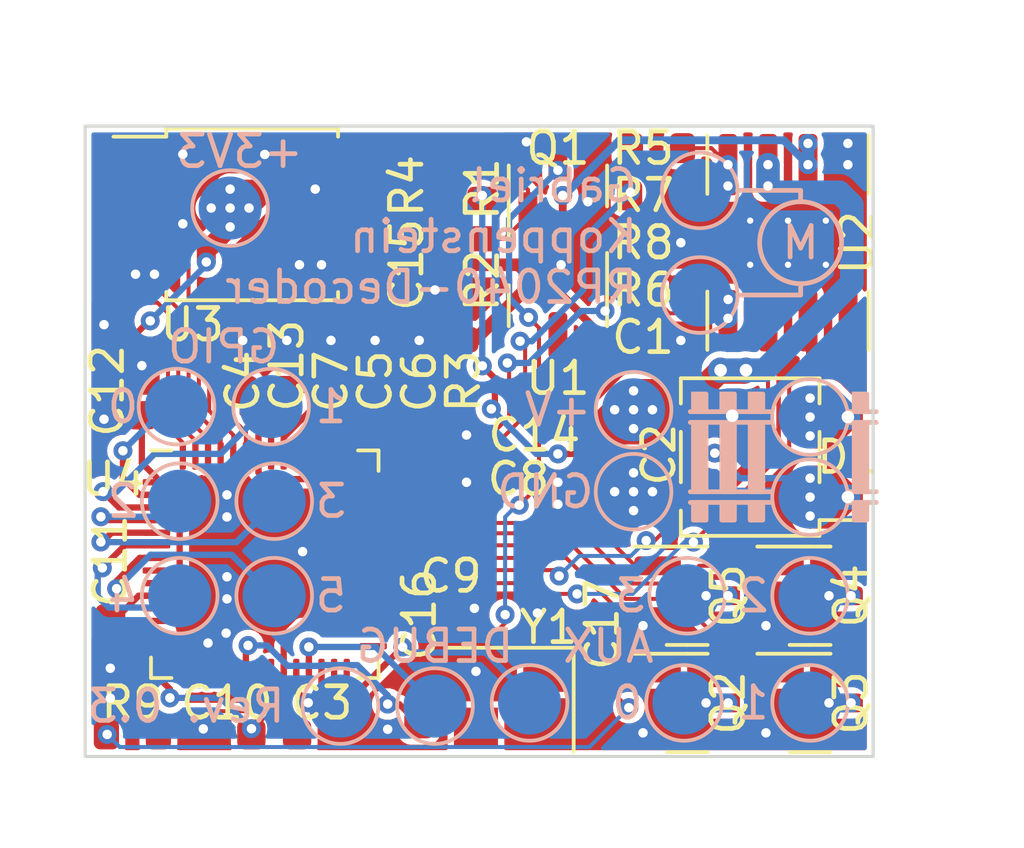
<source format=kicad_pcb>
(kicad_pcb (version 20211014) (generator pcbnew)
  (layers (0 "F.Cu" signal) (31 "B.Cu" signal) (34 "B.Paste" user) (35 "F.Paste" user) (36 "B.SilkS" user "B.Silkscreen") (37 "F.SilkS" user "F.Silkscreen") (38 "B.Mask" user) (39 "F.Mask" user) (44 "Edge.Cuts" user))
  (net 0 "")
  (net 1 "+3V3")
  (net 2 "+V")
  (net 3 "+1V1")
  (net 4 "GND")
  (net 5 "Net-(U4-Pad20)")
  (net 6 "Net-(R9-Pad2)")
  (net 7 "Net-(D1-Pad1)")
  (net 8 "Net-(D1-Pad2)")
  (net 9 "/GPIO24")
  (net 10 "/ADC_EMF_A")
  (net 11 "/ADC_EMF_B")
  (net 12 "Net-(C14-Pad1)")
  (net 13 "/GPIO25")
  (net 14 "Net-(R4-Pad1)")
  (net 15 "/MOTOR_OUT_B")
  (net 16 "/MOTOR_OUT_A")
  (net 17 "/GPIO26")
  (net 18 "/GPIO22")
  (net 19 "/GPIO23")
  (net 21 "Net-(U3-Pad2)")
  (net 22 "Net-(U3-Pad3)")
  (net 23 "Net-(U3-Pad5)")
  (net 24 "Net-(U3-Pad6)")
  (net 25 "Net-(U3-Pad7)")
  (net 35 "/GPIO27")
  (net 36 "Net-(U4-Pad21)")
  (net 37 "/GPIO21")
  (net 43 "Net-(J3-Pad1)")
  (net 44 "unconnected-(U4-Pad29)")
  (net 45 "Net-(J9-Pad1)")
  (net 46 "Net-(J10-Pad1)")
  (net 47 "Net-(J11-Pad1)")
  (net 48 "Net-(Q1-Pad1)")
  (net 49 "Net-(J4-Pad1)")
  (net 50 "Net-(J5-Pad1)")
  (net 51 "Net-(J6-Pad1)")
  (net 52 "Net-(J8-Pad1)")
  (net 53 "Net-(J12-Pad1)")
  (net 54 "Net-(J18-Pad1)")
  (net 55 "Net-(J13-Pad1)")
  (net 56 "Net-(J19-Pad1)")
  (net 57 "Net-(J20-Pad1)")
  (footprint "RP2040-Decoder_Additional_Footprints:SOIC-8_5.23x5.23mm_P1.27mm" (layer "F.Cu") (at 142.8 92.8)
    (fp_text reference "U3")
    (fp_text value "W25Q64JVSSIQ")
  )
  (footprint "RP2040-Decoder_Additional_Footprints:C_0603_1608Metric" (layer "F.Cu") (at 153.9 108.4 -90)
    (fp_text reference "C17")
    (fp_text value "33p")
  )
  (footprint "RP2040-Decoder_Additional_Footprints:C_0603_1608Metric" (layer "F.Cu") (at 139.3 98.4 90)
    (fp_text reference "C12")
    (fp_text value "100n")
  )
  (footprint "RP2040-Decoder_Additional_Footprints:C_0603_1608Metric" (layer "F.Cu") (at 148.6 94.4 -90)
    (fp_text reference "C15")
    (fp_text value "100n")
  )
  (footprint "RP2040-Decoder_Additional_Footprints:C_0603_1608Metric" (layer "F.Cu") (at 138.3 106.4 -90)
    (fp_text reference "C11")
    (fp_text value "100n")
  )
  (footprint "RP2040-Decoder_Additional_Footprints:C_0603_1608Metric" (layer "F.Cu") (at 145 109.3)
    (fp_text reference "C3")
    (fp_text value "100n")
  )
  (footprint "RP2040-Decoder_Additional_Footprints:C_0603_1608Metric" (layer "F.Cu") (at 148.95 101.2)
    (fp_text reference "C8")
    (fp_text value "100n")
  )
  (footprint "RP2040-Decoder_Additional_Footprints:R_0603_1608Metric" (layer "F.Cu") (at 155.625 90.7)
    (fp_text reference "R5")
    (fp_text value "6k8")
  )
  (footprint "Package_TO_SOT_SMD:SOT-23" (layer "F.Cu") (at 152.5 95.7 -90)
    (fp_text reference "U1")
    (fp_text value "PJ75AL33SA")
  )
  (footprint "RP2040-Decoder_Additional_Footprints:R_0603_1608Metric" (layer "F.Cu") (at 150.1 94.4 90)
    (fp_text reference "R2")
    (fp_text value "6k8")
  )
  (footprint "RP2040-Decoder_Additional_Footprints:R_0603_1608Metric" (layer "F.Cu") (at 150.1 91.5 -90)
    (fp_text reference "R1")
    (fp_text value "6k8")
  )
  (footprint "RP2040-Decoder_Additional_Footprints:R_0603_1608Metric" (layer "F.Cu") (at 155.6 93.7 180)
    (fp_text reference "R8")
    (fp_text value "1k")
  )
  (footprint "Package_TO_SOT_SMD:TO-269AA" (layer "F.Cu") (at 158.6 100.5 180)
    (fp_text reference "D1")
    (fp_text value "KMB24F")
  )
  (footprint "RP2040-Decoder_Additional_Footprints:C_0603_1608Metric" (layer "F.Cu") (at 143.9 97.6 90)
    (fp_text reference "C13")
    (fp_text value "100n")
  )
  (footprint "Package_TO_SOT_SMD:SOT-23" (layer "F.Cu") (at 156.6 108.3)
    (fp_text reference "Q2")
    (fp_text value "T2N7002BK")
  )
  (footprint "RP2040-Decoder_Additional_Footprints:SOIC-8-1EP_3.9x4.9mm_P1.27mm_EP2.41x3.3mm_ThermalVias" (layer "F.Cu") (at 159.8 93.7 -90)
    (fp_text reference "U2")
    (fp_text value "BDR6133")
  )
  (footprint "Crystal:Crystal_SMD_3225-4Pin_3.2x2.5mm" (layer "F.Cu") (at 151 108.2 180)
    (fp_text reference "Y1")
    (fp_text value "X322512MSB4SI")
  )
  (footprint "Package_TO_SOT_SMD:SOT-23" (layer "F.Cu") (at 156.6 104.9)
    (fp_text reference "Q5")
    (fp_text value "T2N7002BK")
  )
  (footprint "RP2040-Decoder_Additional_Footprints:C_0603_1608Metric" (layer "F.Cu") (at 142 109.3 180)
    (fp_text reference "C10")
    (fp_text value "100n")
  )
  (footprint "RP2040-Decoder_Additional_Footprints:C_0603_1608Metric" (layer "F.Cu") (at 148.1 108.2 90)
    (fp_text reference "C16")
    (fp_text value "33p")
  )
  (footprint "Package_TO_SOT_SMD:SOT-23" (layer "F.Cu") (at 160.5 104.9)
    (fp_text reference "Q4")
    (fp_text value "T2N7002BK")
  )
  (footprint "RP2040-Decoder_Additional_Footprints:C_0603_1608Metric" (layer "F.Cu") (at 146.7 97.6 90)
    (fp_text reference "C5")
    (fp_text value "10u")
  )
  (footprint "RP2040-Decoder_Additional_Footprints:C_0603_1608Metric" (layer "F.Cu") (at 149.1 105.3)
    (fp_text reference "C9")
    (fp_text value "100n")
  )
  (footprint "RP2040-Decoder_Additional_Footprints:R_0603_1608Metric" (layer "F.Cu") (at 155.6 92.2 180)
    (fp_text reference "R7")
    (fp_text value "1k")
  )
  (footprint "Package_TO_SOT_SMD:SOT-23" (layer "F.Cu") (at 160.5 108.3)
    (fp_text reference "Q3")
    (fp_text value "T2N7002BK")
  )
  (footprint "RP2040-Decoder_Additional_Footprints:R_0603_1608Metric" (layer "F.Cu") (at 148.6 91.5 -90)
    (fp_text reference "R4")
    (fp_text value "DNF")
  )
  (footprint "RP2040-Decoder_Additional_Footprints:C_0603_1608Metric" (layer "F.Cu") (at 142.5 97.6 90)
    (fp_text reference "C4")
    (fp_text value "100n")
  )
  (footprint "RP2040-Decoder_Additional_Footprints:C_0603_1608Metric" (layer "F.Cu") (at 154 100.425 -90)
    (fp_text reference "C2")
    (fp_text value "10u")
  )
  (footprint "RP2040-Decoder_Additional_Footprints:C_0603_1608Metric" (layer "F.Cu") (at 148.95 99.8)
    (fp_text reference "C14")
    (fp_text value "10u")
  )
  (footprint "RP2040-Decoder_Additional_Footprints:C_0603_1608Metric" (layer "F.Cu") (at 155.6 96.7)
    (fp_text reference "C1")
    (fp_text value "10u")
  )
  (footprint "RP2040-Decoder_Additional_Footprints:R_0603_1608Metric" (layer "F.Cu") (at 155.6 95.2 180)
    (fp_text reference "R6")
    (fp_text value "6k8")
  )
  (footprint "Package_TO_SOT_SMD:SOT-23" (layer "F.Cu") (at 152.5 91.9 90)
    (fp_text reference "Q1")
    (fp_text value "T2N7002BK")
  )
  (footprint "RP2040-Decoder_Additional_Footprints:R_0603_1608Metric" (layer "F.Cu") (at 139 109.3 180)
    (fp_text reference "R9")
    (fp_text value "1k")
  )
  (footprint "RP2040-Decoder_Additional_Footprints:C_0603_1608Metric" (layer "F.Cu") (at 145.3 97.6 90)
    (fp_text reference "C7")
    (fp_text value "100n")
  )
  (footprint "RP2040-Decoder_Additional_Footprints:R_0603_1608Metric" (layer "F.Cu") (at 149.5 97.6 -90)
    (fp_text reference "R3")
    (fp_text value "200")
  )
  (footprint "RP2040-Decoder_Additional_Footprints:QFN-56-1EP_7x7mm_P0.4mm_EP3.2x3.2mm" (layer "F.Cu") (at 143.2 103.9)
    (fp_text reference "U4")
    (fp_text value "RP2040")
  )
  (footprint "RP2040-Decoder_Additional_Footprints:C_0603_1608Metric" (layer "F.Cu") (at 148.1 97.6 90)
    (fp_text reference "C6")
    (fp_text value "10u")
  )
  (footprint "TestPoint:TestPoint_Pad_D2.0mm" (layer "B.Cu") (at 140.4 98.9 180)
    (fp_text reference "J8")
    (fp_text value "0")
  )
  (footprint "TestPoint:TestPoint_Pad_D2.0mm" (layer "B.Cu") (at 157 92.04 180)
    (fp_text reference "J15")
    (fp_text value "M_OUT_B")
  )
  (footprint "TestPoint:TestPoint_Pad_D2.0mm" (layer "B.Cu") (at 148.6 108.4 180)
    (fp_text reference "J19")
    (fp_text value "SWDIO")
  )
  (footprint "TestPoint:TestPoint_Pad_D2.0mm" (layer "B.Cu") (at 151.6 108.3 180)
    (fp_text reference "J20")
    (fp_text value "RUN")
  )
  (footprint "TestPoint:TestPoint_Pad_D2.0mm" (layer "B.Cu") (at 156.5 108.3 180)
    (fp_text reference "J3")
    (fp_text value "0")
  )
  (footprint "TestPoint:TestPoint_Pad_D2.0mm" (layer "B.Cu") (at 145.6 108.4 180)
    (fp_text reference "J18")
    (fp_text value "SWCLK")
  )
  (footprint "TestPoint:TestPoint_Pad_D2.0mm" (layer "B.Cu") (at 160.5 99.23 180)
    (fp_text reference "J2")
    (fp_text value "T1")
  )
  (footprint "TestPoint:TestPoint_Pad_D2.0mm" (layer "B.Cu") (at 160.5 101.77 180)
    (fp_text reference "J1")
    (fp_text value "T0")
  )
  (footprint "TestPoint:TestPoint_Pad_D2.0mm" (layer "B.Cu") (at 157 95.36 180)
    (fp_text reference "J16")
    (fp_text value "M_OUT_A")
  )
  (footprint "TestPoint:TestPoint_Pad_D2.0mm" (layer "B.Cu") (at 143.4 98.9 180)
    (fp_text reference "J9")
    (fp_text value "1")
  )
  (footprint "TestPoint:TestPoint_Pad_D2.0mm" (layer "B.Cu") (at 160.5 108.3 180)
    (fp_text reference "J4")
    (fp_text value "1")
  )
  (footprint "TestPoint:TestPoint_Pad_D2.0mm" (layer "B.Cu") (at 154.9 99 180)
    (fp_text reference "J14")
    (fp_text value "+V")
  )
  (footprint "TestPoint:TestPoint_Pad_D2.0mm" (layer "B.Cu") (at 142.1 92.6 180)
    (fp_text reference "J7")
    (fp_text value "+3V3")
  )
  (footprint "TestPoint:TestPoint_Pad_D2.0mm" (layer "B.Cu") (at 160.5 104.9 180)
    (fp_text reference "J5")
    (fp_text value "2")
  )
  (footprint "TestPoint:TestPoint_Pad_D2.0mm" (layer "B.Cu") (at 140.5 101.9 180)
    (fp_text reference "J10")
    (fp_text value "2")
  )
  (footprint "TestPoint:TestPoint_Pad_D2.0mm" (layer "B.Cu") (at 143.5 101.9 180)
    (fp_text reference "J11")
    (fp_text value "3")
  )
  (footprint "TestPoint:TestPoint_Pad_D2.0mm" (layer "B.Cu") (at 143.5 104.9 180)
    (fp_text reference "J13")
    (fp_text value "5")
  )
  (footprint "TestPoint:TestPoint_Pad_D2.0mm" (layer "B.Cu") (at 140.5 104.9 180)
    (fp_text reference "J12")
    (fp_text value "4")
  )
  (footprint "TestPoint:TestPoint_Pad_D2.0mm" (layer "B.Cu") (at 154.9 101.6 180)
    (fp_text reference "J17")
    (fp_text value "GND")
  )
  (footprint "TestPoint:TestPoint_Pad_D2.0mm" (layer "B.Cu") (at 156.6 104.9 180)
    (fp_text reference "J6")
    (fp_text value "3")
  )
  (gr_rect (start 162.3 99.06) (end 161.9 98.5) (layer "B.SilkS") (width 0.15) (fill solid))
  (gr_line (start 159.3 99.4) (end 156.7 99.4) (layer "B.SilkS") (width 0.15))
  (gr_rect (start 159 101.6) (end 158.6 99.4) (layer "B.SilkS") (width 0.15) (fill solid))
  (gr_rect (start 159 102.5) (end 158.6 101.94) (layer "B.SilkS") (width 0.15) (fill solid))
  (gr_line (start 161.7 99.06) (end 162.6 99.06) (layer "B.SilkS") (width 0.15))
  (gr_line (start 158.2 95.36) (end 160.2 95.36) (layer "B.SilkS") (width 0.15))
  (gr_rect (start 162.3 102.5) (end 161.9 101.94) (layer "B.SilkS") (width 0.15) (fill solid))
  (gr_circle (center 160.2 93.7) (end 158.9 93.7) (layer "B.SilkS") (width 0.15) (fill none))
  (gr_line (start 161.7 101.6) (end 162.6 101.6) (layer "B.SilkS") (width 0.15))
  (gr_line (start 159.3 101.6) (end 156.7 101.6) (layer "B.SilkS") (width 0.15))
  (gr_rect (start 157.2 102.5) (end 156.8 101.94) (layer "B.SilkS") (width 0.15) (fill solid))
  (gr_line (start 161.7 99.4) (end 162.6 99.4) (layer "B.SilkS") (width 0.15))
  (gr_rect (start 158.1 102.5) (end 157.7 101.94) (layer "B.SilkS") (width 0.15) (fill solid))
  (gr_rect (start 157.2 101.6) (end 156.8 99.4) (layer "B.SilkS") (width 0.15) (fill solid))
  (gr_rect (start 159 99.06) (end 158.6 98.5) (layer "B.SilkS") (width 0.15) (fill solid))
  (gr_line (start 158.2 92.04) (end 160.2 92.04) (layer "B.SilkS") (width 0.15))
  (gr_rect (start 158.1 101.6) (end 157.7 99.4) (layer "B.SilkS") (width 0.15) (fill solid))
  (gr_rect (start 158.1 99.06) (end 157.7 98.5) (layer "B.SilkS") (width 0.15) (fill solid))
  (gr_line (start 159.3 101.94) (end 156.7 101.94) (layer "B.SilkS") (width 0.15))
  (gr_line (start 159.3 99.06) (end 156.7 99.06) (layer "B.SilkS") (width 0.15))
  (gr_line (start 160.2 95.36) (end 160.2 95) (layer "B.SilkS") (width 0.15))
  (gr_rect (start 157.2 99.06) (end 156.8 98.5) (layer "B.SilkS") (width 0.15) (fill solid))
  (gr_line (start 160.2 92.04) (end 160.2 92.4) (layer "B.SilkS") (width 0.15))
  (gr_rect (start 162.3 101.6) (end 161.9 99.4) (layer "B.SilkS") (width 0.15) (fill solid))
  (gr_line (start 161.7 101.94) (end 162.6 101.94) (layer "B.SilkS") (width 0.15))
  (gr_rect (start 137.5 90) (end 162.5 110) (layer "Edge.Cuts") (width 0.1) (fill none))
  (gr_text "M" (at 160.2 93.7) (layer "B.SilkS") (effects (font (size 1 1)) (justify mirror)))
  (gr_text "Gabriel\nKoppenstein\nRP2040-Decoder" (at 155.1 93.5) (layer "B.SilkS") (effects (font (size 1 1)) (justify left mirror)))
  (gr_text "Rev. 0.3" (at 140.7 108.4) (layer "B.SilkS") (effects (font (size 1 1)) (justify mirror)))
  (gr_text "GPIO" (at 141.9 97) (layer "B.SilkS") (effects (font (size 1 1)) (justify mirror)))
  (gr_text "DEBUG" (at 148.6 106.5) (layer "B.SilkS") (effects (font (size 1 1)) (justify mirror)))
  (gr_text "AUX" (at 154.1 106.5) (layer "B.SilkS") (effects (font (size 1 1)) (justify mirror)))
  (segment (start 147.925 104.9) (end 148.325 105.3) (width 0.2) (layer "F.Cu") (net 1))
  (segment (start 153.271072 96.025196) (end 153.945876 96.7) (width 0.25) (layer "F.Cu") (net 1))
  (segment (start 145.705705 101.3) (end 146 101.3) (width 0.2) (layer "F.Cu") (net 1))
  (segment (start 147.27 90.895) (end 148.6 92.225) (width 0.6) (layer "F.Cu") (net 1))
  (segment (start 149.872849 96.775) (end 149.5 96.775) (width 0.4) (layer "F.Cu") (net 1))
  (segment (start 146.105705 104.9) (end 145.9 104.694295) (width 0.2) (layer "F.Cu") (net 1))
  (segment (start 141.5 92.6) (end 142.1 92) (width 0.6) (layer "F.Cu") (net 1))
  (segment (start 145.3 98.375) (end 146.075 97.6) (width 0.2) (layer "F.Cu") (net 1))
  (segment (start 139.02548 106.694775) (end 140.190077 107.859372) (width 0.2) (layer "F.Cu") (net 1))
  (segment (start 153.945876 96.7) (end 154.825 96.7) (width 0.25) (layer "F.Cu") (net 1))
  (segment (start 144.675 97.6) (end 146.075 97.6) (width 0.2) (layer "F.Cu") (net 1))
  (segment (start 149.5 96.775) (end 149.5 96.975) (width 0.4) (layer "F.Cu") (net 1))
  (segment (start 149.2 94.4) (end 151.25 94.4) (width 0.4) (layer "F.Cu") (net 1))
  (segment (start 147.925 101.3) (end 148.025 101.2) (width 0.2) (layer "F.Cu") (net 1))
  (segment (start 143.8875 98.3875) (end 143.4 98.875) (width 0.2) (layer "F.Cu") (net 1))
  (segment (start 151.023925 95.623925) (end 149.872849 96.775) (width 0.4) (layer "F.Cu") (net 1))
  (segment (start 153.271072 96) (end 153.271072 96.025196) (width 0.25) (layer "F.Cu") (net 1))
  (segment (start 145.4 100.4625) (end 145.4 100.994295) (width 0.2) (layer "F.Cu") (net 1))
  (segment (start 139.529027 96.17919) (end 139.56638 96.17919) (width 0.2) (layer "F.Cu") (net 1))
  (segment (start 140.295255 104.9) (end 139.7625 104.9) (width 0.2) (layer "F.Cu") (net 1))
  (segment (start 142.777833 109.118481) (end 143.4 108.496314) (width 0.2) (layer "F.Cu") (net 1))
  (segment (start 151.55 94.7625) (end 151.55 95.09785) (width 0.4) (layer "F.Cu") (net 1))
  (segment (start 151.55 95.09785) (end 151.023925 95.623925) (width 0.4) (layer "F.Cu") (net 1))
  (segment (start 151.25 94.4) (end 151.55 94.7) (width 0.4) (layer "F.Cu") (net 1))
  (segment (start 145.4 100.994295) (end 145.705705 101.3) (width 0.2) (layer "F.Cu") (net 1))
  (segment (start 146.77596 99.52404) (end 147.925 98.375) (width 0.2) (layer "F.Cu") (net 1))
  (segment (start 152.652466 92.199496) (end 152.652466 93.297534) (width 0.25) (layer "F.Cu") (net 1))
  (segment (start 139.7625 104.9) (end 139.2 104.9) (width 0.2) (layer "F.Cu") (net 1))
  (segment (start 139.7625 104.9) (end 139.200016 104.9) (width 0.2) (layer "F.Cu") (net 1))
  (segment (start 145.9 101.4) (end 146 101.3) (width 0.2) (layer "F.Cu") (net 1))
  (segment (start 142.1 92) (end 143.3 92) (width 0.6) (layer "F.Cu") (net 1))
  (segment (start 146 101.3) (end 146.6375 101.3) (width 0.2) (layer "F.Cu") (net 1))
  (segment (start 143.4 108.496314) (end 143.4 107.3375) (width 0.2) (layer "F.Cu") (net 1))
  (segment (start 145.4 99.665006) (end 145.540966 99.52404) (width 0.2) (layer "F.Cu") (net 1))
  (segment (start 153.271072 96) (end 152.371072 95.1) (width 0.25) (layer "F.Cu") (net 1))
  (segment (start 140.294295 101.3) (end 140.49952 101.505225) (width 0.2) (layer "F.Cu") (net 1))
  (segment (start 140.49952 101.505225) (end 140.49952 104.695735) (width 0.2) (layer "F.Cu") (net 1))
  (segment (start 139.3 99.2) (end 139.3 99.175) (width 0.2) (layer "F.Cu") (net 1))
  (segment (start 142.7 92.6) (end 144.405 90.895) (width 0.6) (layer "F.Cu") (net 1))
  (segment (start 140.49952 104.695735) (end 140.295255 104.9) (width 0.2) (layer "F.Cu") (net 1))
  (segment (start 143.9 98.375) (end 144.675 97.6) (width 0.2) (layer "F.Cu") (net 1))
  (segment (start 139.3 100.686612) (end 139.7625 101.149112) (width 0.2) (layer "F.Cu") (net 1))
  (segment (start 147.925 98.375) (end 148.1 98.375) (width 0.2) (layer "F.Cu") (net 1))
  (segment (start 152.371072 95.1) (end 151.55 95.1) (width 0.25) (layer "F.Cu") (net 1))
  (segment (start 143.3 92) (end 144.405 90.895) (width 0.6) (layer "F.Cu") (net 1))
  (segment (start 151.65002 95.2468) (end 151.401049 95.2468) (width 0.4) (layer "F.Cu") (net 1))
  (segment (start 144.405 90.895) (end 146.4 90.895) (width 0.6) (layer "F.Cu") (net 1))
  (segment (start 146.6375 104.9) (end 146.105705 104.9) (width 0.2) (layer "F.Cu") (net 1))
  (segment (start 148.6 93.8) (end 149.2 94.4) (width 0.4) (layer "F.Cu") (net 1))
  (segment (start 145.3 98.375) (end 143.9 98.375) (width 0.2) (layer "F.Cu") (net 1))
  (segment (start 146.6375 104.9) (end 147.925 104.9) (width 0.2) (layer "F.Cu") (net 1))
  (segment (start 148.6 92.225) (end 148.6 93.625) (width 0.6) (layer "F.Cu") (net 1))
  (segment (start 139.3 99.2) (end 139.3 100.686612) (width 0.2) (layer "F.Cu") (net 1))
  (segment (start 138.475016 105.625) (end 138.3 105.625) (width 0.2) (layer "F.Cu") (net 1))
  (segment (start 139.7625 101.3) (end 140.294295 101.3) (width 0.2) (layer "F.Cu") (net 1))
  (segment (start 145.4 100.4625) (end 145.4 99.665006) (width 0.2) (layer "F.Cu") (net 1))
  (segment (start 151.55 95.1) (end 151.55 94.3) (width 0.4) (layer "F.Cu") (net 1))
  (segment (start 143.9 98.375) (end 143.8875 98.3875) (width 0.2) (layer "F.Cu") (net 1))
  (segment (start 142.1 93.2) (end 141.34542 93.95458) (width 0.6) (layer "F.Cu") (net 1))
  (segment (start 139.200016 104.9) (end 138.475016 105.625) (width 0.2) (layer "F.Cu") (net 1))
  (segment (start 149.5 96.975) (end 148.1 98.375) (width 0.4) (layer "F.Cu") (net 1))
  (segment (start 146.6375 101.3) (end 147.925 101.3) (width 0.2) (layer "F.Cu") (net 1))
  (segment (start 146.075 97.6) (end 147.325 97.6) (width 0.2) (layer "F.Cu") (net 1))
  (segment (start 141.34542 93.95458) (end 141.34542 94.313538) (width 0.6) (layer "F.Cu") (net 1))
  (segment (start 147.325 97.6) (end 148.1 98.375) (width 0.2) (layer "F.Cu") (net 1))
  (segment (start 143.8 99.875) (end 143.8 100.4625) (width 0.2) (layer "F.Cu") (net 1))
  (segment (start 142.7 92.6) (end 142.1 93.2) (width 0.6) (layer "F.Cu") (net 1))
  (segment (start 138.52548 98.40048) (end 138.52548 97.182737) (width 0.2) (layer "F.Cu") (net 1))
  (segment (start 148.6 93.625) (end 148.6 93.8) (width 0.4) (layer "F.Cu") (net 1))
  (segment (start 146.4 90.895) (end 147.27 90.895) (width 0.6) (layer "F.Cu") (net 1))
  (segment (start 142.1 92) (end 142.7 92.6) (width 0.6) (layer "F.Cu") (net 1))
  (segment (start 142.1 93.2) (end 141.5 92.6) (width 0.6) (layer "F.Cu") (net 1))
  (segment (start 139.02548 106.35048) (end 139.02548 106.694775) (width 0.2) (layer "F.Cu") (net 1))
  (segment (start 138.52548 97.182737) (end 139.529027 96.17919) (width 0.2) (layer "F.Cu") (net 1))
  (segment (start 138.3 105.625) (end 139.02548 106.35048) (width 0.2) (layer "F.Cu") (net 1))
  (segment (start 145.3 98.375) (end 143.8 99.875) (width 0.2) (layer "F.Cu") (net 1))
  (segment (start 139.3 99.175) (end 138.52548 98.40048) (width 0.2) (layer "F.Cu") (net 1))
  (segment (start 151.401049 95.2468) (end 151.023925 95.623925) (width 0.4) (layer "F.Cu") (net 1))
  (segment (start 140.190077 107.859372) (end 140.190077 108.140218) (width 0.2) (layer "F.Cu") (net 1))
  (segment (start 145.540966 99.52404) (end 146.77596 99.52404) (width 0.2) (layer "F.Cu") (net 1))
  (segment (start 152.652466 93.297534) (end 151.55 94.4) (width 0.25) (layer "F.Cu") (net 1))
  (segment (start 139.7625 101.149112) (end 139.7625 101.3) (width 0.2) (layer "F.Cu") (net 1))
  (segment (start 145.9 104.694295) (end 145.9 101.4) (width 0.2) (layer "F.Cu") (net 1))
  (segment (start 143.4 98.875) (end 143.4 100.4625) (width 0.2) (layer "F.Cu") (net 1))
  (via (at 140.190077 108.140218) (size 0.6) (drill 0.3) (layers "F.Cu" "B.Cu") (net 1))
  (via (at 160.435 91.225) (size 0.6) (drill 0.3) (layers "F.Cu" "B.Cu") (net 1))
  (via (at 142.1 93.2) (size 0.6) (drill 0.3) (layers "F.Cu" "B.Cu") (net 1))
  (via (at 142.1 92) (size 0.6) (drill 0.3) (layers "F.Cu" "B.Cu") (net 1))
  (via (at 141.5 92.6) (size 0.6) (drill 0.3) (layers "F.Cu" "B.Cu") (net 1))
  (via (at 142.1 92.6) (size 0.6) (drill 0.3) (layers "F.Cu" "B.Cu") (net 1))
  (via (at 139.56638 96.17919) (size 0.6) (drill 0.3) (layers "F.Cu" "B.Cu") (net 1))
  (via (at 152.652466 92.199496) (size 0.6) (drill 0.3) (layers "F.Cu" "B.Cu") (net 1))
  (via (at 160.435 90.55) (size 0.6) (drill 0.3) (layers "F.Cu" "B.Cu") (net 1))
  (via (at 141.34542 94.313538) (size 0.6) (drill 0.3) (layers "F.Cu" "B.Cu") (net 1))
  (via (at 142.777833 109.118481) (size 0.6) (drill 0.3) (layers "F.Cu" "B.Cu") (net 1))
  (via (at 142.7 92.6) (size 0.6) (drill 0.3) (layers "F.Cu" "B.Cu") (net 1))
  (segment (start 152.652466 92.199496) (end 152.700504 92.199496) (width 0.25) (layer "B.Cu") (net 1))
  (segment (start 159.66048 90.45048) (end 160.435 91.225) (width 0.25) (layer "B.Cu") (net 1))
  (segment (start 141.34542 94.40015) (end 139.56638 96.17919) (width 0.2) (layer "B.Cu") (net 1))
  (segment (start 142.777833 109.118481) (end 141.79957 108.140218) (width 0.2) (layer "B.Cu") (net 1))
  (segment (start 160.435 91.225) (end 160.435 90.55) (width 0.4) (layer "B.Cu") (net 1))
  (segment (start 141.34542 94.313538) (end 141.34542 94.40015) (width 0.2) (layer "B.Cu") (net 1))
  (segment (start 154.44952 90.45048) (end 159.66048 90.45048) (width 0.25) (layer "B.Cu") (net 1))
  (segment (start 141.79957 108.140218) (end 140.190077 108.140218) (width 0.2) (layer "B.Cu") (net 1))
  (segment (start 152.700504 92.199496) (end 154.44952 90.45048) (width 0.25) (layer "B.Cu") (net 1))
  (segment (start 156.2 98.6) (end 156.3 98.7) (width 0.5) (layer "F.Cu") (net 2))
  (segment (start 155.10048 99.80048) (end 155.4 99.80048) (width 0.6) (layer "F.Cu") (net 2))
  (segment (start 155.4 99.80048) (end 156.3 98.90048) (width 0.6) (layer "F.Cu") (net 2))
  (segment (start 158.410302 97.8) (end 158.4655 97.744802) (width 0.75) (layer "F.Cu") (net 2))
  (segment (start 156 99) (end 156.3 98.7) (width 0.6) (layer "F.Cu") (net 2))
  (segment (start 154.9 98.4) (end 153.65 99.65) (width 0.75) (layer "F.Cu") (net 2))
  (segment (start 153.65 99.65) (end 153.45 99.65) (width 0.75) (layer "F.Cu") (net 2))
  (segment (start 155.680532 99.72548) (end 155.10048 99.72548) (width 0.75) (layer "F.Cu") (net 2))
  (segment (start 155.5 99) (end 156 99) (width 0.6) (layer "F.Cu") (net 2))
  (segment (start 154.9 98.4) (end 156 98.4) (width 0.6) (layer "F.Cu") (net 2))
  (segment (start 156.3 98.90048) (end 156.3 98.7) (width 0.6) (layer "F.Cu") (net 2))
  (segment (start 154 99.3) (end 154.3 99) (width 0.6) (layer "F.Cu") (net 2))
  (segment (start 154.9 99.6) (end 154.85 99.65) (width 0.5) (layer "F.Cu") (net 2))
  (segment (start 152.5 99) (end 153.15 99.65) (width 0.5) (layer "F.Cu") (net 2))
  (segment (start 157.66121 97.744802) (end 157.006012 98.4) (width 0.75) (layer "F.Cu") (net 2))
  (segment (start 154.25 99.65) (end 154.9 99) (width 0.6) (layer "F.Cu") (net 2))
  (segment (start 156 98.4) (end 156.3 98.7) (width 0.6) (layer "F.Cu") (net 2))
  (segment (start 154 99.80048) (end 154 99.3) (width 0.6) (layer "F.Cu") (net 2))
  (segment (start 154.9 99.6) (end 155.1 99.8) (width 0.6) (layer "F.Cu") (net 2))
  (segment (start 155.1 99.80048) (end 154 99.80048) (width 0.6) (layer "F.Cu") (net 2))
  (segment (start 157.7 97.8) (end 158.410302 97.8) (width 0.75) (layer "F.Cu") (net 2))
  (segment (start 154 99.65) (end 154.25 99.65) (width 0.6) (layer "F.Cu") (net 2))
  (segment (start 154.9 99.6) (end 155.10048 99.80048) (width 0.6) (layer "F.Cu") (net 2))
  (segment (start 155.1 99.8) (end 155.1 99.80048) (width 0.6) (layer "F.Cu") (net 2))
  (segment (start 157.66121 97.744802) (end 155.680532 99.72548) (width 0.75) (layer "F.Cu") (net 2))
  (segment (start 153.45 99.65) (end 154 99.65) (width 0.5) (layer "F.Cu") (net 2))
  (segment (start 154.9 99) (end 155.5 99) (width 0.6) (layer "F.Cu") (net 2))
  (segment (start 157.006012 98.4) (end 154.9 98.4) (width 0.75) (layer "F.Cu") (net 2))
  (segment (start 154.9 98.4) (end 154.3 99) (width 0.6) (layer "F.Cu") (net 2))
  (segment (start 153.15 99.65) (end 153.45 99.65) (width 0.5) (layer "F.Cu") (net 2))
  (segment (start 152.5 96.6375) (end 152.5 99) (width 0.5) (layer "F.Cu") (net 2))
  (via (at 154.3 99) (size 0.6) (drill 0.3) (layers "F.Cu" "B.Cu") (net 2))
  (via (at 155.5 99) (size 0.6) (drill 0.3) (layers "F.Cu" "B.Cu") (net 2))
  (via (at 158.4655 97.744802) (size 0.8) (drill 0.4) (layers "F.Cu" "B.Cu") (net 2))
  (via (at 154.9 99.6) (size 0.6) (drill 0.3) (layers "F.Cu" "B.Cu") (net 2))
  (via (at 154.9 99) (size 0.6) (drill 0.3) (layers "F.Cu" "B.Cu") (net 2))
  (via (at 159.165 91.225) (size 0.6) (drill 0.3) (layers "F.Cu" "B.Cu") (net 2))
  (via (at 157.66121 97.744802) (size 0.8) (drill 0.4) (layers "F.Cu" "B.Cu") (net 2))
  (via (at 159.165 91.9) (size 0.6) (drill 0.3) (layers "F.Cu" "B.Cu") (net 2))
  (via (at 154.9 98.4) (size 0.6) (drill 0.3) (layers "F.Cu" "B.Cu") (net 2))
  (segment (start 159.055198 97.744802) (end 158.4655 97.744802) (width 0.75) (layer "B.Cu") (net 2))
  (segment (start 158.4655 97.744802) (end 157.66121 97.744802) (width 0.75) (layer "B.Cu") (net 2))
  (segment (start 159.165 91.9) (end 159.165 91.225) (width 0.75) (layer "B.Cu") (net 2))
  (segment (start 161.824511 94.975489) (end 161.824511 92.5) (width 0.75) (layer "B.Cu") (net 2))
  (segment (start 161.824511 94.975489) (end 159.055198 97.744802) (width 0.75) (layer "B.Cu") (net 2))
  (segment (start 159.365 92.1) (end 159.165 91.9) (width 0.75) (layer "B.Cu") (net 2))
  (segment (start 161.824511 92.5) (end 161.424511 92.1) (width 0.75) (layer "B.Cu") (net 2))
  (segment (start 161.424511 92.1) (end 159.365 92.1) (width 0.75) (layer "B.Cu") (net 2))
  (segment (start 155.3 99) (end 155.5 99) (width 0.4) (layer "B.Cu") (net 2))
  (segment (start 145 101.159301) (end 145.50048 101.659781) (width 0.2) (layer "F.Cu") (net 3))
  (segment (start 142.5 98.375) (end 142.5 99.101776) (width 0.2) (layer "F.Cu") (net 3))
  (segment (start 145.50048 101.659781) (end 145.50048 105.49952) (width 0.2) (layer "F.Cu") (net 3))
  (segment (start 144.225 109.2) (end 143.8 108.775) (width 0.2) (layer "F.Cu") (net 3))
  (segment (start 144.80048 101.19952) (end 145 101) (width 0.2) (layer "F.Cu") (net 3))
  (segment (start 144.375534 105.9) (end 143.8 106.475534) (width 0.2) (layer "F.Cu") (net 3))
  (segment (start 145.1 105.9) (end 144.375534 105.9) (width 0.2) (layer "F.Cu") (net 3))
  (segment (start 145 99.5) (end 145.37548 99.12452) (width 0.2) (layer "F.Cu") (net 3))
  (segment (start 145 100.4625) (end 145 99.5) (width 0.2) (layer "F.Cu") (net 3))
  (segment (start 143 100.994295) (end 143.205225 101.19952) (width 0.2) (layer "F.Cu") (net 3))
  (segment (start 143 99.601776) (end 143 100.4625) (width 0.2) (layer "F.Cu") (net 3))
  (segment (start 145.95048 99.12452) (end 146.7 98.375) (width 0.2) (layer "F.Cu") (net 3))
  (segment (start 143 100.4625) (end 143 100.994295) (width 0.2) (layer "F.Cu") (net 3))
  (segment (start 145.50048 105.49952) (end 145.1 105.9) (width 0.2) (layer "F.Cu") (net 3))
  (segment (start 143.205225 101.19952) (end 144.80048 101.19952) (width 0.2) (layer "F.Cu") (net 3))
  (segment (start 142.5 99.101776) (end 143 99.601776) (width 0.2) (layer "F.Cu") (net 3))
  (segment (start 145.37548 99.12452) (end 145.95048 99.12452) (width 0.2) (layer "F.Cu") (net 3))
  (segment (start 145 100.4625) (end 145 101.159301) (width 0.2) (layer "F.Cu") (net 3))
  (segment (start 143.8 106.475534) (end 143.8 107.3375) (width 0.2) (layer "F.Cu") (net 3))
  (segment (start 143.8 108.775) (end 143.8 107.3375) (width 0.2) (layer "F.Cu") (net 3))
  (segment (start 142.4625 102.4) (end 142 102.4) (width 0.127) (layer "F.Cu") (net 4))
  (via (at 154.9 101) (size 0.6) (drill 0.3) (layers "F.Cu" "B.Cu") (net 4))
  (via (at 149.6 99.8) (size 0.6) (drill 0.3) (layers "F.Cu" "B.Cu") (net 4))
  (via (at 146.7 96.8) (size 0.6) (drill 0.3) (layers "F.Cu" "B.Cu") (net 4))
  (via (at 140.6 93.1) (size 0.6) (drill 0.3) (layers "F.Cu" "B.Cu") (net 4))
  (via (at 139.7 94.7) (size 0.6) (drill 0.3) (layers "F.Cu" "B.Cu") (net 4))
  (via (at 139.1 94.7) (size 0.6) (drill 0.3) (layers "F.Cu" "B.Cu") (net 4))
  (via (at 161.7 90.55) (size 0.6) (drill 0.3) (layers "F.Cu" "B.Cu") (net 4))
  (via (at 148.6 95.2) (size 0.6) (drill 0.3) (layers "F.Cu" "B.Cu") (net 4))
  (via (at 142 102.4) (size 0.6) (drill 0.3) (layers "F.Cu" "B.Cu") (net 4))
  (via (at 149.9 107.3) (size 0.6) (drill 0.3) (layers "F.Cu" "B.Cu") (net 4))
  (via (at 141.25 109.12498) (size 0.6) (drill 0.3) (layers "F.Cu" "B.Cu") (net 4))
  (via (at 139.3 97.6) (size 0.6) (drill 0.3) (layers "F.Cu" "B.Cu") (net 4))
  (via (at 153.45 92.4) (size 0.6) (drill 0.3) (layers "F.Cu" "B.Cu") (net 4))
  (via (at 144.4 103.5) (size 0.6) (drill 0.3) (layers "F.Cu" "B.Cu") (net 4))
  (via (at 145.3 96.8) (size 0.6) (drill 0.3) (layers "F.Cu" "B.Cu") (net 4))
  (via (at 155.5 101.6) (size 0.6) (drill 0.3) (layers "F.Cu" "B.Cu") (net 4))
  (via (at 154.9 102.2) (size 0.6) (drill 0.3) (layers "F.Cu" "B.Cu") (net 4))
  (via (at 142 101.7) (size 0.6) (drill 0.3) (layers "F.Cu" "B.Cu") (net 4))
  (via (at 138.1 99.3) (size 0.6) (drill 0.3) (layers "F.Cu" "B.Cu") (net 4))
  (via (at 142 105) (size 0.6) (drill 0.3) (layers "F.Cu" "B.Cu") (net 4))
  (via (at 156.4 96.8) (size 0.6) (drill 0.3) (layers "F.Cu" "B.Cu") (net 4))
  (via (at 143.2 90.9) (size 0.6) (drill 0.3) (layers "F.Cu" "B.Cu") (net 4))
  (via (at 161.7 91.225) (size 0.6) (drill 0.3) (layers "F.Cu" "B.Cu") (net 4))
  (via (at 142.5 96.8) (size 0.6) (drill 0.3) (layers "F.Cu" "B.Cu") (net 4))
  (via (at 151.85 105.45) (size 0.6) (drill 0.3) (layers "F.Cu" "B.Cu") (net 4))
  (via (at 149.85 105.3) (size 0.6) (drill 0.3) (layers "F.Cu" "B.Cu") (net 4))
  (via (at 149.6 101.3) (size 0.6) (drill 0.3) (layers "F.Cu" "B.Cu") (net 4))
  (via (at 155.2 109.25) (size 0.6) (drill 0.3) (layers "F.Cu" "B.Cu") (net 4))
  (via (at 156.4 93.7) (size 0.6) (drill 0.3) (layers "F.Cu" "B.Cu") (net 4))
  (via (at 138.3 108.15) (size 0.6) (drill 0.3) (layers "F.Cu" "B.Cu") (net 4))
  (via (at 152.5 102) (size 0.6) (drill 0.3) (layers "F.Cu" "B.Cu") (net 4))
  (via (at 155.2 105.85) (size 0.6) (drill 0.3) (layers "F.Cu" "B.Cu") (net 4))
  (via (at 144.8 92) (size 0.6) (drill 0.3) (layers "F.Cu" "B.Cu") (net 4))
  (via (at 144.3 94.4) (size 0.6) (drill 0.3) (layers "F.Cu" "B.Cu") (net 4))
  (via (at 145 94.4) (size 0.6) (drill 0.3) (layers "F.Cu" "B.Cu") (net 4))
  (via (at 152.5 101.3) (size 0.6) (drill 0.3) (layers "F.Cu" "B.Cu") (net 4))
  (via (at 151.5 90.5) (size 0.6) (drill 0.3) (layers "F.Cu" "B.Cu") (net 4))
  (via (at 159.1 109.25) (size 0.6) (drill 0.3) (layers "F.Cu" "B.Cu") (net 4))
  (via (at 143.9 96.8) (size 0.6) (drill 0.3) (layers "F.Cu" "B.Cu") (net 4))
  (via (at 140.6 90.89498) (size 0.6) (drill 0.3) (layers "F.Cu" "B.Cu") (net 4))
  (via (at 154.3 101.6) (size 0.6) (drill 0.3) (layers "F.Cu" "B.Cu") (net 4))
  (via (at 138.1 96.3) (size 0.6) (drill 0.3) (layers "F.Cu" "B.Cu") (net 4))
  (via (at 148.1 96.8) (size 0.6) (drill 0.3) (layers "F.Cu" "B.Cu") (net 4))
  (via (at 142 104.3) (size 0.6) (drill 0.3) (layers "F.Cu" "B.Cu") (net 4))
  (via (at 152.6 94.4) (size 0.6) (drill 0.3) (layers "F.Cu" "B.Cu") (net 4))
  (via (at 141.4 106.4) (size 0.6) (drill 0.3) (layers "F.Cu" "B.Cu") (net 4))
  (via (at 154.9 101.6) (size 0.6) (drill 0.3) (layers "F.Cu" "B.Cu") (net 4))
  (via (at 138.3 107.2) (size 0.6) (drill 0.3) (layers "F.Cu" "B.Cu") (net 4))
  (via (at 141.973933 106.085382) (size 0.6) (drill 0.3) (layers "F.Cu" "B.Cu") (net 4))
  (via (at 159.1 105.85) (size 0.6) (drill 0.3) (layers "F.Cu" "B.Cu") (net 4))
  (via (at 147.1 109.137) (size 0.6) (drill 0.3) (layers "F.Cu" "B.Cu") (net 4))
  (via (at 158.03 99.19) (size 0.8) (drill 0.4) (layers "F.Cu" "B.Cu") (net 4))
  (segment (start 142.6 106.547708) (end 142.6 107.3375) (width 0.2) (layer "F.Cu") (net 5))
  (segment (start 148.1 108.975) (end 149.825 108.975) (width 0.2) (layer "F.Cu") (net 5))
  (segment (start 142.67127 106.476438) (end 142.6 106.547708) (width 0.2) (layer "F.Cu") (net 5))
  (segment (start 147.1 108.337497) (end 147.462497 108.337497) (width 0.2) (layer "F.Cu") (net 5))
  (segment (start 149.825 108.975) (end 149.9 109.05) (width 0.2) (layer "F.Cu") (net 5))
  (segment (start 147.462497 108.337497) (end 148.1 108.975) (width 0.2) (layer "F.Cu") (net 5))
  (via (at 147.1 108.337497) (size 0.6) (drill 0.3) (layers "F.Cu" "B.Cu") (net 5))
  (via (at 142.67127 106.476438) (size 0.6) (drill 0.3) (layers "F.Cu" "B.Cu") (net 5))
  (segment (start 147.1 108.337497) (end 147.1 108.062213) (width 0.2) (layer "B.Cu") (net 5))
  (segment (start 145.037678 107.124535) (end 143.924535 107.124535) (width 0.2) (layer "B.Cu") (net 5))
  (segment (start 143.276438 106.476438) (end 142.67127 106.476438) (width 0.2) (layer "B.Cu") (net 5))
  (segment (start 143.924535 107.124535) (end 143.276438 106.476438) (width 0.2) (layer "B.Cu") (net 5))
  (segment (start 145.061724 107.100489) (end 145.037678 107.124535) (width 0.2) (layer "B.Cu") (net 5))
  (segment (start 147.1 108.062213) (end 146.138276 107.100489) (width 0.2) (layer "B.Cu") (net 5))
  (segment (start 146.138276 107.100489) (end 145.061724 107.100489) (width 0.2) (layer "B.Cu") (net 5))
  (segment (start 153.825 107.35) (end 153.9 107.425) (width 0.2) (layer "F.Cu") (net 6))
  (segment (start 152.1 107.35) (end 153.825 107.35) (width 0.2) (layer "F.Cu") (net 6))
  (segment (start 154.75 108.45) (end 154.725 108.45) (width 0.127) (layer "F.Cu") (net 6))
  (segment (start 154.725 108.45) (end 153.9 107.625) (width 0.127) (layer "F.Cu") (net 6))
  (via (at 138.2 109.3) (size 0.6) (drill 0.3) (layers "F.Cu" "B.Cu") (net 6))
  (via (at 154.75 108.45) (size 0.6) (drill 0.3) (layers "F.Cu" "B.Cu") (net 6))
  (segment (start 153.5 109.7) (end 138.6 109.7) (width 0.127) (layer "B.Cu") (net 6))
  (segment (start 154.75 108.45) (end 153.5 109.7) (width 0.127) (layer "B.Cu") (net 6))
  (segment (start 138.6 109.7) (end 138.2 109.3) (width 0.127) (layer "B.Cu") (net 6))
  (segment (start 150.388585 98.973334) (end 150.5 98.861919) (width 0.2) (layer "F.Cu") (net 7))
  (segment (start 157.452178 100.4) (end 157.476089 100.376089) (width 0.2) (layer "F.Cu") (net 7))
  (segment (start 152.4995 100.4) (end 157.452178 100.4) (width 0.2) (layer "F.Cu") (net 7))
  (segment (start 150.5 98.861919) (end 150.5 98.004502) (width 0.2) (layer "F.Cu") (net 7))
  (segment (start 160.5 101.17) (end 160.5 101.77) (width 0.8) (layer "F.Cu") (net 7))
  (segment (start 160.5 102.37) (end 161.1 102.37) (width 0.8) (layer "F.Cu") (net 7))
  (segment (start 161.1 102.37) (end 161.7 101.77) (width 0.8) (layer "F.Cu") (net 7))
  (segment (start 160.5 101.17) (end 161.1 101.17) (width 0.8) (layer "F.Cu") (net 7))
  (segment (start 150.5 98.004502) (end 150.102288 97.60679) (width 0.2) (layer "F.Cu") (net 7))
  (segment (start 160.5 101.77) (end 161.7 101.77) (width 0.8) (layer "F.Cu") (net 7))
  (segment (start 161.1 101.17) (end 161.7 101.77) (width 0.8) (layer "F.Cu") (net 7))
  (segment (start 160.5 101.77) (end 160.5 102.37) (width 0.8) (layer "F.Cu") (net 7))
  (segment (start 161.7 101.77) (end 161.1 101.77) (width 0.8) (layer "F.Cu") (net 7))
  (segment (start 161.1 101.77) (end 160.5 101.17) (width 0.8) (layer "F.Cu") (net 7))
  (segment (start 161.1 101.77) (end 160.5 102.37) (width 0.8) (layer "F.Cu") (net 7))
  (via (at 152.4995 100.4) (size 0.6) (drill 0.3) (layers "F.Cu" "B.Cu") (net 7))
  (via (at 161.7 101.77) (size 0.8) (drill 0.4) (layers "F.Cu" "B.Cu") (net 7))
  (via (at 160.5 101.17) (size 0.6) (drill 0.3) (layers "F.Cu" "B.Cu") (net 7))
  (via (at 160.5 102.37) (size 0.6) (drill 0.3) (layers "F.Cu" "B.Cu") (net 7))
  (via (at 150.102288 97.60679) (size 0.6) (drill 0.3) (layers "F.Cu" "B.Cu") (net 7))
  (via (at 157.476089 100.376089) (size 0.6) (drill 0.3) (layers "F.Cu" "B.Cu") (net 7))
  (via (at 150.388585 98.973334) (size 0.6) (drill 0.3) (layers "F.Cu" "B.Cu") (net 7))
  (via (at 150.1 92.2) (size 0.6) (drill 0.3) (layers "F.Cu" "B.Cu") (net 7))
  (via (at 160.5 101.77) (size 0.6) (drill 0.3) (layers "F.Cu" "B.Cu") (net 7))
  (segment (start 150.388585 98.973334) (end 151.815251 100.4) (width 0.2) (layer "B.Cu") (net 7))
  (segment (start 151.815251 100.4) (end 152.4995 100.4) (width 0.2) (layer "B.Cu") (net 7))
  (segment (start 150.102288 97.60679) (end 150.1 97.604502) (width 0.2) (layer "B.Cu") (net 7))
  (segment (start 157.476089 100.376089) (end 158.27 101.17) (width 0.2) (layer "B.Cu") (net 7))
  (segment (start 161.1 101.77) (end 160.5 101.17) (width 0.8) (layer "B.Cu") (net 7))
  (segment (start 161.7 101.77) (end 161.1 101.77) (width 0.8) (layer "B.Cu") (net 7))
  (segment (start 161.1 101.77) (end 160.5 102.37) (width 0.8) (layer "B.Cu") (net 7))
  (segment (start 158.27 101.17) (end 160.5 101.17) (width 0.2) (layer "B.Cu") (net 7))
  (segment (start 150.1 97.604502) (end 150.1 92.2) (width 0.2) (layer "B.Cu") (net 7))
  (segment (start 161.1 99.83) (end 161.7 99.23) (width 0.8) (layer "F.Cu") (net 8))
  (segment (start 160.5 98.63) (end 160.5 99.23) (width 0.8) (layer "F.Cu") (net 8))
  (segment (start 160.5 99.23) (end 161.7 99.23) (width 0.8) (layer "F.Cu") (net 8))
  (segment (start 161.7 99.23) (end 161.1 99.23) (width 0.8) (layer "F.Cu") (net 8))
  (segment (start 161.675 99.23) (end 161.1 99.23) (width 0.8) (layer "F.Cu") (net 8))
  (segment (start 161.1 99.23) (end 160.5 99.83) (width 0.8) (layer "F.Cu") (net 8))
  (segment (start 160.5 99.23) (end 160.5 99.83) (width 0.8) (layer "F.Cu") (net 8))
  (segment (start 161.075 98.63) (end 161.675 99.23) (width 0.8) (layer "F.Cu") (net 8))
  (segment (start 160.5 98.63) (end 161.075 98.63) (width 0.8) (layer "F.Cu") (net 8))
  (segment (start 161.1 99.23) (end 160.5 98.63) (width 0.8) (layer "F.Cu") (net 8))
  (segment (start 161.675 99.23) (end 160.5 99.23) (width 0.8) (layer "F.Cu") (net 8))
  (segment (start 160.5 99.83) (end 161.1 99.83) (width 0.8) (layer "F.Cu") (net 8))
  (via (at 160.5 98.63) (size 0.6) (drill 0.3) (layers "F.Cu" "B.Cu") (net 8))
  (via (at 161.7 99.23) (size 0.8) (drill 0.4) (layers "F.Cu" "B.Cu") (net 8))
  (via (at 160.5 99.23) (size 0.6) (drill 0.3) (layers "F.Cu" "B.Cu") (net 8))
  (via (at 160.5 99.83) (size 0.6) (drill 0.3) (layers "F.Cu" "B.Cu") (net 8))
  (segment (start 161.1 99.23) (end 160.5 98.63) (width 0.8) (layer "B.Cu") (net 8))
  (segment (start 161.1 98.63) (end 161.7 99.23) (width 0.8) (layer "B.Cu") (net 8))
  (segment (start 161.7 99.23) (end 161.1 99.23) (width 0.8) (layer "B.Cu") (net 8))
  (segment (start 160.5 98.63) (end 161.1 98.63) (width 0.8) (layer "B.Cu") (net 8))
  (segment (start 161.1 99.23) (end 160.5 99.83) (width 0.8) (layer "B.Cu") (net 8))
  (segment (start 146.6375 103.7) (end 152.763011 103.7) (width 0.127) (layer "F.Cu") (net 9))
  (segment (start 154.6 105.536989) (end 154.6 106.2875) (width 0.127) (layer "F.Cu") (net 9))
  (segment (start 152.763011 103.7) (end 154.6 105.536989) (width 0.127) (layer "F.Cu") (net 9))
  (segment (start 154.6 106.2875) (end 155.6625 107.35) (width 0.127) (layer "F.Cu") (net 9))
  (segment (start 150.76454 99.87223) (end 151.45944 99.17733) (width 0.127) (layer "F.Cu") (net 10))
  (segment (start 146.6375 102.1) (end 147.448066 102.1) (width 0.127) (layer "F.Cu") (net 10))
  (segment (start 154.775 92.125) (end 154.775 92.2) (width 0.2) (layer "F.Cu") (net 10))
  (segment (start 151.45944 99.17733) (end 151.45944 96.983413) (width 0.127) (layer "F.Cu") (net 10))
  (segment (start 150.287394 102.26454) (end 150.76454 101.787394) (width 0.127) (layer "F.Cu") (net 10))
  (segment (start 154.8 92.1) (end 154.775 92.125) (width 0.2) (layer "F.Cu") (net 10))
  (segment (start 147.448066 102.1) (end 147.612607 102.26454) (width 0.127) (layer "F.Cu") (net 10))
  (segment (start 151.45944 96.983413) (end 151.3005 96.824473) (width 0.127) (layer "F.Cu") (net 10))
  (segment (start 154.8 92.1) (end 154.8 90.7) (width 0.2) (layer "F.Cu") (net 10))
  (segment (start 150.76454 101.787394) (end 150.76454 99.87223) (width 0.127) (layer "F.Cu") (net 10))
  (segment (start 147.612607 102.26454) (end 150.287394 102.26454) (width 0.127) (layer "F.Cu") (net 10))
  (via (at 151.3005 96.824473) (size 0.6) (drill 0.3) (layers "F.Cu" "B.Cu") (net 10))
  (via (at 154.8 92.1) (size 0.6) (drill 0.3) (layers "F.Cu" "B.Cu") (net 10))
  (segment (start 151.675527 96.824473) (end 151.3005 96.824473) (width 0.2) (layer "B.Cu") (net 10))
  (segment (start 153.2995 95.2005) (end 151.675527 96.824473) (width 0.2) (layer "B.Cu") (net 10))
  (segment (start 154.8 92.1) (end 153.2995 93.6005) (width 0.2) (layer "B.Cu") (net 10))
  (segment (start 153.2995 93.6005) (end 153.2995 95.2005) (width 0.2) (layer "B.Cu") (net 10))
  (segment (start 150.43802 99.73698) (end 150.951596 99.223404) (width 0.127) (layer "F.Cu") (net 11))
  (segment (start 154.07548 94.39952) (end 154.775 93.7) (width 0.2) (layer "F.Cu") (net 11))
  (segment (start 147.747856 101.93802) (end 150.152144 101.93802) (width 0.127) (layer "F.Cu") (net 11))
  (segment (start 154.925 93.7) (end 156.425 95.2) (width 0.2) (layer "F.Cu") (net 11))
  (segment (start 150.951596 99.223404) (end 150.951596 97.569517) (width 0.127) (layer "F.Cu") (net 11))
  (segment (start 147.509836 101.7) (end 147.747856 101.93802) (width 0.127) (layer "F.Cu") (net 11))
  (segment (start 153.994803 95.865734) (end 154.07548 95.785057) (width 0.2) (layer "F.Cu") (net 11))
  (segment (start 146.6375 101.7) (end 147.509836 101.7) (width 0.127) (layer "F.Cu") (net 11))
  (segment (start 150.951596 97.569517) (end 150.896429 97.51435) (width 0.127) (layer "F.Cu") (net 11))
  (segment (start 154.775 93.7) (end 154.925 93.7) (width 0.2) (layer "F.Cu") (net 11))
  (segment (start 154.07548 95.785057) (end 154.07548 94.39952) (width 0.2) (layer "F.Cu") (net 11))
  (segment (start 150.43802 101.652144) (end 150.43802 99.73698) (width 0.127) (layer "F.Cu") (net 11))
  (segment (start 150.152144 101.93802) (end 150.43802 101.652144) (width 0.127) (layer "F.Cu") (net 11))
  (via (at 150.896429 97.51435) (size 0.6) (drill 0.3) (layers "F.Cu" "B.Cu") (net 11))
  (via (at 153.994803 95.865734) (size 0.6) (drill 0.3) (layers "F.Cu" "B.Cu") (net 11))
  (segment (start 151.58565 97.51435) (end 150.896429 97.51435) (width 0.2) (layer "B.Cu") (net 11))
  (segment (start 153.994803 95.865734) (end 153.234266 95.865734) (width 0.2) (layer "B.Cu") (net 11))
  (segment (start 153.234266 95.865734) (end 151.58565 97.51435) (width 0.2) (layer "B.Cu") (net 11))
  (segment (start 148.125 99.8) (end 149.5 98.425) (width 0.2) (layer "F.Cu") (net 12))
  (segment (start 148.025 99.8) (end 148.125 99.8) (width 0.2) (layer "F.Cu") (net 12))
  (segment (start 146.33894 99.92356) (end 147.90144 99.92356) (width 0.2) (layer "F.Cu") (net 12))
  (segment (start 147.90144 99.92356) (end 148.025 99.8) (width 0.2) (layer "F.Cu") (net 12))
  (segment (start 145.8 100.4625) (end 146.33894 99.92356) (width 0.2) (layer "F.Cu") (net 12))
  (segment (start 154.65 105) (end 152.95 103.3) (width 0.127) (layer "F.Cu") (net 13))
  (segment (start 157.901362 106.58546) (end 156.315902 105) (width 0.127) (layer "F.Cu") (net 13))
  (segment (start 156.315902 105) (end 154.65 105) (width 0.127) (layer "F.Cu") (net 13))
  (segment (start 158.79796 106.58546) (end 157.901362 106.58546) (width 0.127) (layer "F.Cu") (net 13))
  (segment (start 159.5625 107.35) (end 158.79796 106.58546) (width 0.127) (layer "F.Cu") (net 13))
  (segment (start 152.95 103.3) (end 146.6375 103.3) (width 0.127) (layer "F.Cu") (net 13))
  (segment (start 137.81046 95.161328) (end 138.252067 95.602935) (width 0.127) (layer "F.Cu") (net 14))
  (segment (start 138.252067 95.602935) (end 139.797065 95.602935) (width 0.127) (layer "F.Cu") (net 14))
  (segment (start 137.81046 92.170442) (end 137.81046 95.161328) (width 0.127) (layer "F.Cu") (net 14))
  (segment (start 140.12938 95.93525) (end 140.12938 99.573471) (width 0.127) (layer "F.Cu") (net 14))
  (segment (start 140.12938 99.573471) (end 140.6 100.044093) (width 0.127) (layer "F.Cu") (net 14))
  (segment (start 139.797065 95.602935) (end 140.12938 95.93525) (width 0.127) (layer "F.Cu") (net 14))
  (segment (start 139.2 90.895) (end 139.085902 90.895) (width 0.127) (layer "F.Cu") (net 14))
  (segment (start 139.2 90.895) (end 139.76302 90.33198) (width 0.127) (layer "F.Cu") (net 14))
  (segment (start 148.256981 90.331981) (end 148.6 90.675) (width 0.127) (layer "F.Cu") (net 14))
  (segment (start 140.6 100.044093) (end 140.6 100.4625) (width 0.127) (layer "F.Cu") (net 14))
  (segment (start 139.76302 90.33198) (end 148.256981 90.331981) (width 0.127) (layer "F.Cu") (net 14))
  (segment (start 139.085902 90.895) (end 137.81046 92.170442) (width 0.127) (layer "F.Cu") (net 14))
  (segment (start 154.775 95.2) (end 155.3 95.2) (width 0.127) (layer "F.Cu") (net 15))
  (segment (start 156.033211 95.93802) (end 157.65802 95.93802) (width 0.127) (layer "F.Cu") (net 15))
  (segment (start 155.3 95.2) (end 155.76198 95.66198) (width 0.127) (layer "F.Cu") (net 15))
  (segment (start 155.76198 95.666789) (end 156.033211 95.93802) (width 0.127) (layer "F.Cu") (net 15))
  (segment (start 155.76198 95.66198) (end 155.76198 95.666789) (width 0.127) (layer "F.Cu") (net 15))
  (segment (start 157.65802 95.93802) (end 157.895 96.175) (width 0.127) (layer "F.Cu") (net 15))
  (via (at 157.9 95.5) (size 0.6) (drill 0.3) (layers "F.Cu" "B.Cu") (net 15))
  (via (at 157.895 96.1) (size 0.6) (drill 0.3) (layers "F.Cu" "B.Cu") (net 15))
  (segment (start 157.895 95.505) (end 157.9 95.5) (width 0.6) (layer "B.Cu") (net 15))
  (segment (start 157 95.36) (end 157.76 95.36) (width 0.6) (layer "B.Cu") (net 15))
  (segment (start 157.76 95.36) (end 157.9 95.5) (width 0.6) (layer "B.Cu") (net 15))
  (segment (start 157.74 96.1) (end 157 95.36) (width 0.6) (layer "B.Cu") (net 15))
  (segment (start 157.895 96.1) (end 157.895 95.505) (width 0.6) (layer "B.Cu") (net 15))
  (segment (start 157.895 96.1) (end 157.74 96.1) (width 0.6) (layer "B.Cu") (net 15))
  (segment (start 156.45 90.7) (end 157.37 90.7) (width 0.127) (layer "F.Cu") (net 16))
  (segment (start 157.37 90.7) (end 157.885 91.215) (width 0.127) (layer "F.Cu") (net 16))
  (segment (start 157.885 91.215) (end 157.895 91.225) (width 0.127) (layer "F.Cu") (net 16))
  (via (at 157.895 91.225) (size 0.6) (drill 0.3) (layers "F.Cu" "B.Cu") (net 16))
  (via (at 157.895 91.9) (size 0.6) (drill 0.3) (layers "F.Cu" "B.Cu") (net 16))
  (segment (start 157.895 91.9) (end 157.895 91.225) (width 0.6) (layer "B.Cu") (net 16))
  (segment (start 157.08 92.04) (end 157.895 91.225) (width 0.6) (layer "B.Cu") (net 16))
  (segment (start 157 92.04) (end 157.08 92.04) (width 0.6) (layer "B.Cu") (net 16))
  (segment (start 153.26758 102.91758) (end 154.86302 104.51302) (width 0.127) (layer "F.Cu") (net 17))
  (segment (start 147.324528 102.9) (end 147.342109 102.91758) (width 0.127) (layer "F.Cu") (net 17))
  (segment (start 146.6375 102.9) (end 147.324528 102.9) (width 0.127) (layer "F.Cu") (net 17))
  (segment (start 156.984098 103.95) (end 159.5625 103.95) (width 0.127) (layer "F.Cu") (net 17))
  (segment (start 156.421078 104.51302) (end 156.984098 103.95) (width 0.127) (layer "F.Cu") (net 17))
  (segment (start 154.86302 104.51302) (end 156.421078 104.51302) (width 0.127) (layer "F.Cu") (net 17))
  (segment (start 147.342109 102.91758) (end 153.26758 102.91758) (width 0.127) (layer "F.Cu") (net 17))
  (segment (start 156.8 103.2) (end 159.83698 100.16302) (width 0.127) (layer "F.Cu") (net 18))
  (segment (start 159.83698 98.26302) (end 160.435 97.665) (width 0.127) (layer "F.Cu") (net 18))
  (segment (start 152.312185 104.841596) (end 151.970589 104.5) (width 0.127) (layer "F.Cu") (net 18))
  (segment (start 153.108404 104.841596) (end 152.312185 104.841596) (width 0.127) (layer "F.Cu") (net 18))
  (segment (start 159.83698 100.16302) (end 159.83698 98.26302) (width 0.127) (layer "F.Cu") (net 18))
  (segment (start 151.970589 104.5) (end 146.6375 104.5) (width 0.127) (layer "F.Cu") (net 18))
  (segment (start 160.435 97.665) (end 160.435 96.175) (width 0.127) (layer "F.Cu") (net 18))
  (via (at 153.108404 104.841596) (size 0.6) (drill 0.3) (layers "F.Cu" "B.Cu") (net 18))
  (via (at 156.8 103.2) (size 0.6) (drill 0.3) (layers "F.Cu" "B.Cu") (net 18))
  (segment (start 154.872236 104.841596) (end 153.108404 104.841596) (width 0.127) (layer "B.Cu") (net 18))
  (segment (start 156.8 103.2) (end 156.513832 103.2) (width 0.127) (layer "B.Cu") (net 18))
  (segment (start 156.513832 103.2) (end 154.872236 104.841596) (width 0.127) (layer "B.Cu") (net 18))
  (segment (start 152.539904 104.273096) (end 152.353797 104.086989) (width 0.127) (layer "F.Cu") (net 19))
  (segment (start 146.650511 104.086989) (end 146.6375 104.1) (width 0.127) (layer "F.Cu") (net 19))
  (segment (start 155.570522 103.1505) (end 159.165 99.556022) (width 0.127) (layer "F.Cu") (net 19))
  (segment (start 159.165 99.556022) (end 159.165 96.175) (width 0.127) (layer "F.Cu") (net 19))
  (segment (start 155.3 103.1505) (end 155.570522 103.1505) (width 0.127) (layer "F.Cu") (net 19))
  (segment (start 152.353797 104.086989) (end 146.650511 104.086989) (width 0.127) (layer "F.Cu") (net 19))
  (via (at 152.539904 104.273096) (size 0.6) (drill 0.3) (layers "F.Cu" "B.Cu") (net 19))
  (via (at 155.3 103.1505) (size 0.6) (drill 0.3) (layers "F.Cu" "B.Cu") (net 19))
  (segment (start 155.3 103.1505) (end 154.813511 103.636989) (width 0.127) (layer "B.Cu") (net 19))
  (segment (start 154.813511 103.636989) (end 153.176011 103.636989) (width 0.127) (layer "B.Cu") (net 19))
  (segment (start 153.176011 103.636989) (end 152.539904 104.273096) (width 0.127) (layer "B.Cu") (net 19))
  (segment (start 141 99.982324) (end 140.4559 99.438223) (width 0.127) (layer "F.Cu") (net 21))
  (segment (start 138.13698 93.113922) (end 139.085902 92.165) (width 0.127) (layer "F.Cu") (net 21))
  (segment (start 140.4559 95.8) (end 139.92392 95.26802) (width 0.127) (layer "F.Cu") (net 21))
  (segment (start 140.4559 99.438223) (end 140.4559 95.8) (width 0.127) (layer "F.Cu") (net 21))
  (segment (start 139.92392 95.26802) (end 138.378922 95.26802) (width 0.127) (layer "F.Cu") (net 21))
  (segment (start 138.13698 95.026078) (end 138.13698 93.113922) (width 0.127) (layer "F.Cu") (net 21))
  (segment (start 138.378922 95.26802) (end 138.13698 95.026078) (width 0.127) (layer "F.Cu") (net 21))
  (segment (start 139.085902 92.165) (end 139.2 92.165) (width 0.127) (layer "F.Cu") (net 21))
  (segment (start 141 100.4625) (end 141 99.982324) (width 0.127) (layer "F.Cu") (net 21))
  (segment (start 139.935 93.435) (end 139.2 93.435) (width 0.127) (layer "F.Cu") (net 22))
  (segment (start 139.7 93.435) (end 139.585902 93.435) (width 0.127) (layer "F.Cu") (net 22))
  (segment (start 141.4 99.920554) (end 141.289723 99.810277) (width 0.127) (layer "F.Cu") (net 22))
  (segment (start 140.78242 99.302974) (end 140.78242 94.28242) (width 0.127) (layer "F.Cu") (net 22))
  (segment (start 141.36302 99.883575) (end 141.289723 99.810277) (width 0.127) (layer "F.Cu") (net 22))
  (segment (start 140.78242 94.28242) (end 139.935 93.435) (width 0.127) (layer "F.Cu") (net 22))
  (segment (start 141.289723 99.810277) (end 140.78242 99.302974) (width 0.127) (layer "F.Cu") (net 22))
  (segment (start 141.4 100.4625) (end 141.4 99.920554) (width 0.127) (layer "F.Cu") (net 22))
  (segment (start 147.46302 93.113922) (end 147.46302 93.756078) (width 0.127) (layer "F.Cu") (net 23))
  (segment (start 146.514098 94.705) (end 146.4 94.705) (width 0.127) (layer "F.Cu") (net 23))
  (segment (start 147.221078 92.87198) (end 147.46302 93.113922) (width 0.127) (layer "F.Cu") (net 23))
  (segment (start 141.10894 96.127358) (end 144.364318 92.87198) (width 0.127) (layer "F.Cu") (net 23))
  (segment (start 141.10894 99.167725) (end 141.10894 96.127358) (width 0.127) (layer "F.Cu") (net 23))
  (segment (start 147.46302 93.756078) (end 146.514098 94.705) (width 0.127) (layer "F.Cu") (net 23))
  (segment (start 141.8 99.858785) (end 141.10894 99.167725) (width 0.127) (layer "F.Cu") (net 23))
  (segment (start 141.8 100.4625) (end 141.8 99.858785) (width 0.127) (layer "F.Cu") (net 23))
  (segment (start 144.364318 92.87198) (end 147.221078 92.87198) (width 0.127) (layer "F.Cu") (net 23))
  (segment (start 141.43546 96.262607) (end 144.263067 93.435) (width 0.127) (layer "F.Cu") (net 24))
  (segment (start 144.263067 93.435) (end 146.4 93.435) (width 0.127) (layer "F.Cu") (net 24))
  (segment (start 141.43546 99.032475) (end 141.43546 96.262607) (width 0.127) (layer "F.Cu") (net 24))
  (segment (start 142.2 100.4625) (end 142.2 99.797015) (width 0.127) (layer "F.Cu") (net 24))
  (segment (start 142.2 99.797015) (end 141.43546 99.032475) (width 0.127) (layer "F.Cu") (net 24))
  (segment (start 141.76198 96.397856) (end 142.891816 95.26802) (width 0.127) (layer "F.Cu") (net 25))
  (segment (start 147.78954 94.699558) (end 147.78954 92.978673) (width 0.127) (layer "F.Cu") (net 25))
  (segment (start 141.76198 98.877144) (end 141.76198 96.397856) (width 0.127) (layer "F.Cu") (net 25))
  (segment (start 146.975867 92.165) (end 146.4 92.165) (width 0.127) (layer "F.Cu") (net 25))
  (segment (start 142.6 100.4625) (end 142.6 99.715164) (width 0.127) (layer "F.Cu") (net 25))
  (segment (start 147.78954 92.978673) (end 146.975867 92.165) (width 0.127) (layer "F.Cu") (net 25))
  (segment (start 147.221078 95.26802) (end 147.78954 94.699558) (width 0.127) (layer "F.Cu") (net 25))
  (segment (start 142.891816 95.26802) (end 147.221078 95.26802) (width 0.127) (layer "F.Cu") (net 25))
  (segment (start 142.6 99.715164) (end 141.76198 98.877144) (width 0.127) (layer "F.Cu") (net 25))
  (segment (start 154.95 103.95) (end 155.6625 103.95) (width 0.127) (layer "F.Cu") (net 35))
  (segment (start 147.386296 102.5) (end 147.477358 102.59106) (width 0.127) (layer "F.Cu") (net 35))
  (segment (start 146.6375 102.5) (end 147.386296 102.5) (width 0.127) (layer "F.Cu") (net 35))
  (segment (start 147.477358 102.59106) (end 153.59106 102.59106) (width 0.127) (layer "F.Cu") (net 35))
  (segment (start 153.59106 102.59106) (end 154.95 103.95) (width 0.127) (layer "F.Cu") (net 35))
  (segment (start 140.56302 108.56198) (end 139.825 109.3) (width 0.127) (layer "F.Cu") (net 36))
  (segment (start 143 108.254512) (end 142.692532 108.56198) (width 0.127) (layer "F.Cu") (net 36))
  (segment (start 142.692532 108.56198) (end 140.56302 108.56198) (width 0.127) (layer "F.Cu") (net 36))
  (segment (start 143 107.3375) (end 143 108.254512) (width 0.127) (layer "F.Cu") (net 36))
  (segment (start 147.117677 105.3) (end 146.6375 105.3) (width 0.127) (layer "F.Cu") (net 37))
  (segment (start 151.9 96.399999) (end 151.568547 96.068546) (width 0.127) (layer "F.Cu") (net 37))
  (segment (start 147.855697 106.03802) (end 147.117677 105.3) (width 0.127) (layer "F.Cu") (net 37))
  (segment (start 151.9 101.401569) (end 151.9 96.399999) (width 0.127) (layer "F.Cu") (net 37))
  (segment (start 150.8245 105.765664) (end 150.552144 106.03802) (width 0.127) (layer "F.Cu") (net 37))
  (segment (start 151.273509 102.02806) (end 151.9 101.401569) (width 0.127) (layer "F.Cu") (net 37))
  (segment (start 150.8245 105.5) (end 150.8245 105.765664) (width 0.127) (layer "F.Cu") (net 37))
  (segment (start 150.552144 106.03802) (end 147.855697 106.03802) (width 0.127) (layer "F.Cu") (net 37))
  (via (at 151.568547 96.068546) (size 0.6) (drill 0.3) (layers "F.Cu" "B.Cu") (net 37))
  (via (at 150.8245 105.5) (size 0.6) (drill 0.3) (layers "F.Cu" "B.Cu") (net 37))
  (via (at 151.273509 102.02806) (size 0.6) (drill 0.3) (layers "F.Cu" "B.Cu") (net 37))
  (via (at 152.5 91.4) (size 0.6) (drill 0.3) (layers "F.Cu" "B.Cu") (net 37))
  (segment (start 152.5 91.4) (end 150.950489 92.949511) (width 0.2) (layer "B.Cu") (net 37))
  (segment (start 150.950489 92.949511) (end 150.950489 95.450488) (width 0.2) (layer "B.Cu") (net 37))
  (segment (start 151.198706 102.02806) (end 151.273509 102.02806) (width 0.127) (layer "B.Cu") (net 37))
  (segment (start 150.8245 102.402266) (end 151.198706 102.02806) (width 0.127) (layer "B.Cu") (net 37))
  (segment (start 150.950489 95.450488) (end 151.568547 96.068546) (width 0.2) (layer "B.Cu") (net 37))
  (segment (start 150.8245 105.5) (end 150.8245 102.402266) (width 0.127) (layer "B.Cu") (net 37))
  (via (at 157.9 108.3) (size 0.6) (drill 0.3) (layers "F.Cu" "B.Cu") (net 43))
  (via (at 157.2 108.3) (size 0.6) (drill 0.3) (layers "F.Cu" "B.Cu") (net 43))
  (segment (start 156.5 108.3) (end 157.2 108.3) (width 0.6) (layer "B.Cu") (net 43))
  (segment (start 157.9 108.3) (end 157.2 108.3) (width 0.6) (layer "B.Cu") (net 43))
  (segment (start 146.650511 106.486989) (end 146.6375 106.5) (width 0.127) (layer "F.Cu") (net 44))
  (segment (start 138.573907 102.1) (end 138.071854 101.597947) (width 0.2) (layer "F.Cu") (net 45))
  (segment (start 139.7625 102.1) (end 138.573907 102.1) (width 0.2) (layer "F.Cu") (net 45))
  (via (at 138.071854 101.597947) (size 0.6) (drill 0.3) (layers "F.Cu" "B.Cu") (net 45))
  (segment (start 143.2 99) (end 143.4 99) (width 0.2) (layer "B.Cu") (net 45))
  (segment (start 138.502053 101.597947) (end 139.7 100.4) (width 0.2) (layer "B.Cu") (net 45))
  (segment (start 141.8 100.4) (end 143.2 99) (width 0.2) (layer "B.Cu") (net 45))
  (segment (start 139.7 100.4) (end 141.8 100.4) (width 0.2) (layer "B.Cu") (net 45))
  (segment (start 138.071854 101.597947) (end 138.502053 101.597947) (width 0.2) (layer "B.Cu") (net 45))
  (segment (start 137.9995 102.394214) (end 138.105286 102.5) (width 0.127) (layer "F.Cu") (net 46))
  (segment (start 139.7625 102.5) (end 138.105786 102.5) (width 0.2) (layer "F.Cu") (net 46))
  (segment (start 138.105786 102.5) (end 138 102.394214) (width 0.2) (layer "F.Cu") (net 46))
  (via (at 138 102.394214) (size 0.6) (drill 0.3) (layers "F.Cu" "B.Cu") (net 46))
  (segment (start 138 102.394214) (end 140.005786 102.394214) (width 0.2) (layer "B.Cu") (net 46))
  (segment (start 140.005786 102.394214) (end 140.5 101.9) (width 0.2) (layer "B.Cu") (net 46))
  (segment (start 138.342052 102.9) (end 138.048335 103.193717) (width 0.2) (layer "F.Cu") (net 47))
  (segment (start 138.048335 103.193717) (end 138 103.193717) (width 0.2) (layer "F.Cu") (net 47))
  (segment (start 139.7625 102.9) (end 138.342052 102.9) (width 0.2) (layer "F.Cu") (net 47))
  (via (at 138 103.193717) (size 0.6) (drill 0.3) (layers "F.Cu" "B.Cu") (net 47))
  (segment (start 142.300489 103.199511) (end 143.5 102) (width 0.2) (layer "B.Cu") (net 47))
  (segment (start 138 103.193717) (end 138.005794 103.199511) (width 0.2) (layer "B.Cu") (net 47))
  (segment (start 138.005794 103.199511) (end 142.300489 103.199511) (width 0.2) (layer "B.Cu") (net 47))
  (segment (start 151.55 92.8375) (end 151.55 92.025) (width 0.127) (layer "F.Cu") (net 48))
  (segment (start 150.8125 93.575) (end 151.55 92.8375) (width 0.127) (layer "F.Cu") (net 48))
  (segment (start 151.55 92.025) (end 150.1 90.575) (width 0.127) (layer "F.Cu") (net 48))
  (segment (start 150.1 93.575) (end 150.8125 93.575) (width 0.127) (layer "F.Cu") (net 48))
  (via (at 161.1 108.3) (size 0.6) (drill 0.3) (layers "F.Cu" "B.Cu") (net 49))
  (via (at 161.8 108.3) (size 0.6) (drill 0.3) (layers "F.Cu" "B.Cu") (net 49))
  (segment (start 161.8 108.3) (end 161.1 108.3) (width 0.6) (layer "B.Cu") (net 49))
  (via (at 161.1 104.9) (size 0.6) (drill 0.3) (layers "F.Cu" "B.Cu") (net 50))
  (via (at 161.8 104.9) (size 0.6) (drill 0.3) (layers "F.Cu" "B.Cu") (net 50))
  (segment (start 161.1 104.9) (end 160.5 104.9) (width 0.6) (layer "B.Cu") (net 50))
  (segment (start 161.8 104.9) (end 161.1 104.9) (width 0.6) (layer "B.Cu") (net 50))
  (via (at 157.9 104.9) (size 0.6) (drill 0.3) (layers "F.Cu" "B.Cu") (net 51))
  (via (at 157.2 104.9) (size 0.6) (drill 0.3) (layers "F.Cu" "B.Cu") (net 51))
  (segment (start 157.2 104.9) (end 156.6 104.9) (width 0.6) (layer "B.Cu") (net 51))
  (segment (start 157.9 104.9) (end 157.2 104.9) (width 0.6) (layer "B.Cu") (net 51))
  (segment (start 139.230705 101.7) (end 139.7625 101.7) (width 0.2) (layer "F.Cu") (net 52))
  (segment (start 138.7 100.3) (end 138.7 101.169295) (width 0.2) (layer "F.Cu") (net 52))
  (segment (start 138.7 101.169295) (end 139.230705 101.7) (width 0.2) (layer "F.Cu") (net 52))
  (via (at 138.7 100.3) (size 0.6) (drill 0.3) (layers "F.Cu" "B.Cu") (net 52))
  (segment (start 140.1 98.9) (end 140.4 98.9) (width 0.2) (layer "B.Cu") (net 52))
  (segment (start 138.7 100.3) (end 140.1 98.9) (width 0.2) (layer "B.Cu") (net 52))
  (segment (start 138.761612 103.3) (end 138.046173 104.015439) (width 0.2) (layer "F.Cu") (net 53))
  (segment (start 139.7625 103.3) (end 138.761612 103.3) (width 0.2) (layer "F.Cu") (net 53))
  (via (at 138.046173 104.015439) (size 0.6) (drill 0.3) (layers "F.Cu" "B.Cu") (net 53))
  (segment (start 137.900489 104.923827) (end 138.251673 105.275011) (width 0.2) (layer "B.Cu") (net 53))
  (segment (start 140.124989 105.275011) (end 140.5 104.9) (width 0.2) (layer "B.Cu") (net 53))
  (segment (start 138.251673 105.275011) (end 140.124989 105.275011) (width 0.2) (layer "B.Cu") (net 53))
  (segment (start 138.046173 104.015439) (end 137.900489 104.161123) (width 0.2) (layer "B.Cu") (net 53))
  (segment (start 137.900489 104.161123) (end 137.900489 104.923827) (width 0.2) (layer "B.Cu") (net 53))
  (segment (start 144.2 107.3375) (end 144.2 107.917118) (width 0.2) (layer "F.Cu") (net 54))
  (segment (start 144.2 107.917118) (end 144.578691 108.295809) (width 0.2) (layer "F.Cu") (net 54))
  (via (at 144.578691 108.295809) (size 0.6) (drill 0.3) (layers "F.Cu" "B.Cu") (net 54))
  (segment (start 144.578691 108.295809) (end 145.495809 108.295809) (width 0.2) (layer "B.Cu") (net 54))
  (segment (start 145.407575 108.407575) (end 145.5 108.5) (width 0.2) (layer "B.Cu") (net 54))
  (segment (start 145.495809 108.295809) (end 145.6 108.4) (width 0.2) (layer "B.Cu") (net 54))
  (segment (start 139.230705 103.7) (end 138.5 104.430705) (width 0.2) (layer "F.Cu") (net 55))
  (segment (start 139.7625 103.7) (end 139.230705 103.7) (width 0.2) (layer "F.Cu") (net 55))
  (segment (start 138.5 104.430705) (end 138.5 104.6755) (width 0.2) (layer "F.Cu") (net 55))
  (via (at 138.5 104.6755) (size 0.6) (drill 0.3) (layers "F.Cu" "B.Cu") (net 55))
  (segment (start 142.148327 103.600489) (end 143.5 104.952162) (width 0.2) (layer "B.Cu") (net 55))
  (segment (start 139.575011 103.600489) (end 142.148327 103.600489) (width 0.2) (layer "B.Cu") (net 55))
  (segment (start 138.5 104.6755) (end 139.575011 103.600489) (width 0.2) (layer "B.Cu") (net 55))
  (segment (start 144.6 106.526676) (end 144.598348 106.525024) (width 0.2) (layer "F.Cu") (net 56))
  (segment (start 144.6 107.3375) (end 144.6 106.526676) (width 0.2) (layer "F.Cu") (net 56))
  (via (at 144.598348 106.525024) (size 0.6) (drill 0.3) (layers "F.Cu" "B.Cu") (net 56))
  (segment (start 146.725024 106.525024) (end 148.6 108.4) (width 0.2) (layer "B.Cu") (net 56))
  (segment (start 144.598348 106.525024) (end 146.725024 106.525024) (width 0.2) (layer "B.Cu") (net 56))
  (segment (start 147.5745 106.525768) (end 146.025748 108.07452) (width 0.2) (layer "F.Cu") (net 57))
  (segment (start 145 107.869295) (end 145 107.3375) (width 0.2) (layer "F.Cu") (net 57))
  (segment (start 146.025748 108.07452) (end 145.205225 108.07452) (width 0.2) (layer "F.Cu") (net 57))
  (segment (start 145.205225 108.07452) (end 145 107.869295) (width 0.2) (layer "F.Cu") (net 57))
  (via (at 147.5745 106.525768) (size 0.6) (drill 0.3) (layers "F.Cu" "B.Cu") (net 57))
  (segment (start 150.200489 106.700489) (end 151.6 108.1) (width 0.2) (layer "B.Cu") (net 57))
  (segment (start 147.5745 106.525768) (end 147.749221 106.700489) (width 0.2) (layer "B.Cu") (net 57))
  (segment (start 151.6 108.1) (end 151.6 108.3) (width 0.2) (layer "B.Cu") (net 57))
  (segment (start 147.749221 106.700489) (end 150.200489 106.700489) (width 0.2) (layer "B.Cu") (net 57))
  (zone (net 4) (net_name "GND") (layers F&B.Cu) (name "GND_FILL") (connect_pads yes (clearance 0.2)) (min_thickness 0.127) (fill yes (thermal_gap 1) (thermal_bridge_width 10))
    (polygon (pts (xy 167.3 112.9) (xy 134.8 112.9) (xy 134.8 86) (xy 167.3 86)))
  )
)
</source>
